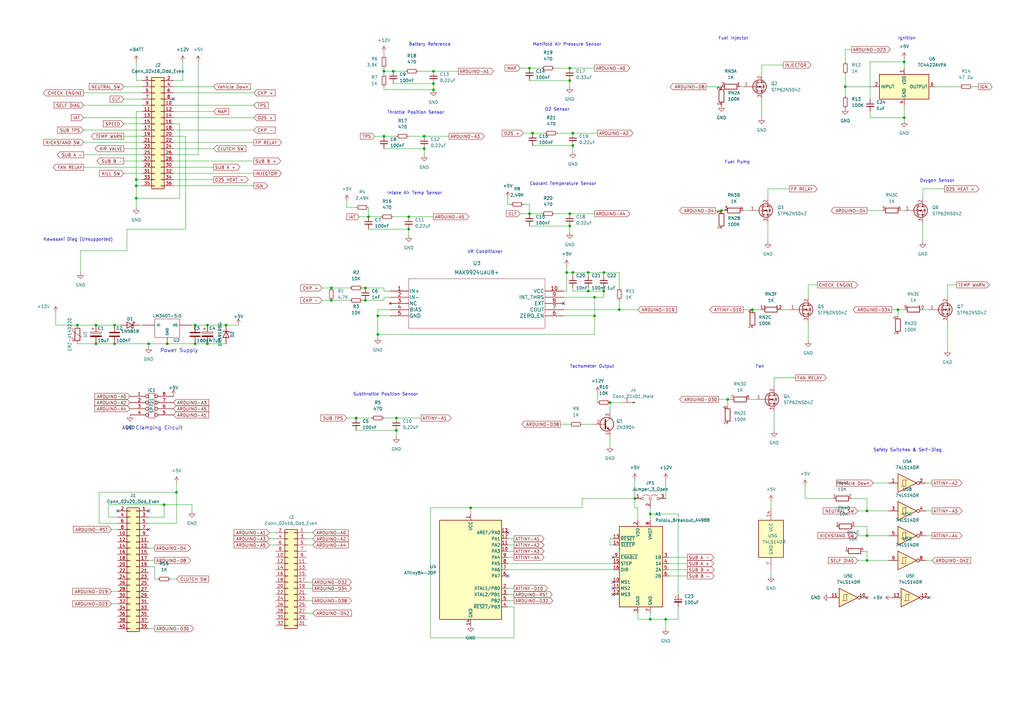
<source format=kicad_sch>
(kicad_sch (version 20211123) (generator eeschema)
  (paper "A3")
  (junction (at 46.99 140.97))
  (junction (at 243.84 121.92))
  (junction (at 298.45 163.83))
  (junction (at 368.3 127))
  (junction (at 234.95 59.69))
  (junction (at 234.95 111.76))
  (junction (at 193.04 208.28))
  (junction (at 173.99 55.88))
  (junction (at 72.39 201.93))
  (junction (at 157.48 55.88))
  (junction (at 31.75 133.35))
  (junction (at 233.68 27.94))
  (junction (at 218.44 54.61))
  (junction (at 217.17 87.63))
  (junction (at 233.68 33.02))
  (junction (at 167.64 93.98))
  (junction (at 92.71 133.35))
  (junction (at 241.3 119.38))
  (junction (at 67.31 207.01))
  (junction (at 346.71 35.56))
  (junction (at 254 127))
  (junction (at 149.86 123.19))
  (junction (at 55.88 76.2))
  (junction (at 308.61 127))
  (junction (at 80.01 140.97))
  (junction (at 232.41 111.76))
  (junction (at 234.95 54.61))
  (junction (at 241.3 111.76))
  (junction (at 295.91 86.36))
  (junction (at 68.58 140.97))
  (junction (at 149.86 118.11))
  (junction (at 177.8 34.29))
  (junction (at 370.84 25.4))
  (junction (at 60.96 140.97))
  (junction (at 157.48 29.21))
  (junction (at 243.84 129.54))
  (junction (at 85.09 140.97))
  (junction (at 177.8 29.21))
  (junction (at 39.37 140.97))
  (junction (at 55.88 81.28))
  (junction (at 370.84 48.26))
  (junction (at 273.05 254))
  (junction (at 55.88 73.66))
  (junction (at 39.37 133.35))
  (junction (at 247.65 111.76))
  (junction (at 247.65 119.38))
  (junction (at 161.29 29.21))
  (junction (at 162.56 176.53))
  (junction (at 85.09 133.35))
  (junction (at 167.64 88.9))
  (junction (at 355.6 209.55))
  (junction (at 266.7 210.82))
  (junction (at 250.19 165.1))
  (junction (at 173.99 60.96))
  (junction (at 135.89 123.19))
  (junction (at 146.05 171.45))
  (junction (at 177.8 36.83))
  (junction (at 80.01 133.35))
  (junction (at 162.56 171.45))
  (junction (at 233.68 87.63))
  (junction (at 154.94 137.16))
  (junction (at 217.17 27.94))
  (junction (at 151.13 88.9))
  (junction (at 355.6 229.87))
  (junction (at 154.94 129.54))
  (junction (at 266.7 254))
  (junction (at 355.6 219.71))
  (junction (at 135.89 118.11))
  (junction (at 260.35 204.47))
  (junction (at 233.68 92.71))
  (junction (at 46.99 133.35))
  (no_connect (at 60.96 209.55))
  (no_connect (at 48.26 209.55))
  (no_connect (at 60.96 217.17))
  (no_connect (at 355.6 245.11))
  (no_connect (at 381 245.11))
  (no_connect (at 231.14 124.46))
  (no_connect (at 208.28 218.44))
  (no_connect (at 208.28 236.22))
  (no_connect (at 251.46 243.84))
  (no_connect (at 251.46 241.3))
  (no_connect (at 251.46 238.76))
  (no_connect (at 251.46 228.6))
  (no_connect (at 71.12 40.64))
  (wire (pts (xy 60.96 229.87) (xy 63.5 229.87)))
  (wire (pts (xy 177.8 29.21) (xy 187.96 29.21)))
  (wire (pts (xy 273.05 254) (xy 273.05 257.81)))
  (wire (pts (xy 378.46 91.44) (xy 378.46 99.06)))
  (wire (pts (xy 78.74 207.01) (xy 78.74 209.55)))
  (wire (pts (xy 72.39 201.93) (xy 72.39 198.12)))
  (wire (pts (xy 135.89 123.19) (xy 143.51 123.19)))
  (wire (pts (xy 157.48 29.21) (xy 161.29 29.21)))
  (wire (pts (xy 154.94 127) (xy 154.94 129.54)))
  (wire (pts (xy 34.29 58.42) (xy 58.42 58.42)))
  (wire (pts (xy 355.6 209.55) (xy 364.49 209.55)))
  (wire (pts (xy 22.86 133.35) (xy 31.75 133.35)))
  (wire (pts (xy 355.6 215.9) (xy 355.6 219.71)))
  (wire (pts (xy 208.28 246.38) (xy 210.82 246.38)))
  (wire (pts (xy 316.23 205.74) (xy 316.23 208.28)))
  (wire (pts (xy 52.07 93.98) (xy 52.07 102.87)))
  (wire (pts (xy 173.99 55.88) (xy 184.15 55.88)))
  (wire (pts (xy 72.39 214.63) (xy 72.39 201.93)))
  (wire (pts (xy 233.68 33.02) (xy 233.68 35.56)))
  (wire (pts (xy 92.71 133.35) (xy 97.79 133.35)))
  (wire (pts (xy 234.95 54.61) (xy 245.11 54.61)))
  (wire (pts (xy 162.56 171.45) (xy 172.72 171.45)))
  (wire (pts (xy 234.95 119.38) (xy 241.3 119.38)))
  (wire (pts (xy 78.74 133.35) (xy 80.01 133.35)))
  (wire (pts (xy 125.73 241.3) (xy 128.27 241.3)))
  (wire (pts (xy 60.96 212.09) (xy 67.31 212.09)))
  (wire (pts (xy 34.29 63.5) (xy 58.42 63.5)))
  (wire (pts (xy 63.5 232.41) (xy 63.5 237.49)))
  (wire (pts (xy 331.47 116.84) (xy 331.47 121.92)))
  (wire (pts (xy 266.7 210.82) (xy 266.7 213.36)))
  (wire (pts (xy 151.13 88.9) (xy 156.21 88.9)))
  (wire (pts (xy 298.45 163.83) (xy 298.45 166.37)))
  (wire (pts (xy 142.24 171.45) (xy 146.05 171.45)))
  (wire (pts (xy 71.12 38.1) (xy 104.14 38.1)))
  (wire (pts (xy 250.19 179.07) (xy 250.19 182.88)))
  (wire (pts (xy 250.19 220.98) (xy 251.46 220.98)))
  (wire (pts (xy 266.7 254) (xy 273.05 254)))
  (wire (pts (xy 71.12 33.02) (xy 74.93 33.02)))
  (wire (pts (xy 314.96 77.47) (xy 323.85 77.47)))
  (wire (pts (xy 142.24 82.55) (xy 142.24 85.09)))
  (wire (pts (xy 241.3 111.76) (xy 247.65 111.76)))
  (wire (pts (xy 154.94 129.54) (xy 160.02 129.54)))
  (wire (pts (xy 50.8 66.04) (xy 58.42 66.04)))
  (wire (pts (xy 208.28 231.14) (xy 251.46 231.14)))
  (wire (pts (xy 294.64 163.83) (xy 298.45 163.83)))
  (wire (pts (xy 312.42 40.64) (xy 312.42 48.26)))
  (wire (pts (xy 81.28 25.4) (xy 81.28 63.5)))
  (wire (pts (xy 34.29 43.18) (xy 58.42 43.18)))
  (wire (pts (xy 330.2 204.47) (xy 341.63 204.47)))
  (wire (pts (xy 231.14 127) (xy 254 127)))
  (wire (pts (xy 241.3 111.76) (xy 241.3 113.03)))
  (wire (pts (xy 176.53 208.28) (xy 193.04 208.28)))
  (wire (pts (xy 245.11 161.29) (xy 245.11 165.1)))
  (wire (pts (xy 274.32 231.14) (xy 281.94 231.14)))
  (wire (pts (xy 214.63 54.61) (xy 218.44 54.61)))
  (wire (pts (xy 60.96 224.79) (xy 63.5 224.79)))
  (wire (pts (xy 273.05 254) (xy 278.13 254)))
  (wire (pts (xy 293.37 86.36) (xy 295.91 86.36)))
  (wire (pts (xy 157.48 30.48) (xy 157.48 29.21)))
  (wire (pts (xy 125.73 223.52) (xy 128.27 223.52)))
  (wire (pts (xy 378.46 77.47) (xy 387.35 77.47)))
  (wire (pts (xy 71.12 60.96) (xy 87.63 60.96)))
  (wire (pts (xy 46.99 140.97) (xy 60.96 140.97)))
  (wire (pts (xy 34.29 53.34) (xy 58.42 53.34)))
  (wire (pts (xy 177.8 34.29) (xy 177.8 36.83)))
  (wire (pts (xy 260.35 208.28) (xy 260.35 204.47)))
  (wire (pts (xy 57.15 133.35) (xy 58.42 133.35)))
  (wire (pts (xy 316.23 233.68) (xy 316.23 236.22)))
  (wire (pts (xy 355.6 204.47) (xy 355.6 209.55)))
  (wire (pts (xy 110.49 223.52) (xy 113.03 223.52)))
  (wire (pts (xy 80.01 140.97) (xy 85.09 140.97)))
  (wire (pts (xy 157.48 123.19) (xy 157.48 121.92)))
  (wire (pts (xy 312.42 26.67) (xy 312.42 30.48)))
  (wire (pts (xy 22.86 128.27) (xy 22.86 133.35)))
  (wire (pts (xy 273.05 196.85) (xy 273.05 204.47)))
  (wire (pts (xy 31.75 140.97) (xy 39.37 140.97)))
  (wire (pts (xy 266.7 208.28) (xy 266.7 210.82)))
  (wire (pts (xy 34.29 68.58) (xy 58.42 68.58)))
  (wire (pts (xy 193.04 208.28) (xy 193.04 210.82)))
  (wire (pts (xy 71.12 50.8) (xy 73.66 50.8)))
  (wire (pts (xy 278.13 248.92) (xy 278.13 254)))
  (wire (pts (xy 358.14 198.12) (xy 364.49 198.12)))
  (wire (pts (xy 171.45 29.21) (xy 177.8 29.21)))
  (wire (pts (xy 330.2 199.39) (xy 330.2 204.47)))
  (wire (pts (xy 232.41 109.22) (xy 232.41 111.76)))
  (wire (pts (xy 241.3 119.38) (xy 247.65 119.38)))
  (wire (pts (xy 351.79 209.55) (xy 355.6 209.55)))
  (wire (pts (xy 161.29 29.21) (xy 166.37 29.21)))
  (wire (pts (xy 370.84 25.4) (xy 370.84 27.94)))
  (wire (pts (xy 335.28 116.84) (xy 331.47 116.84)))
  (wire (pts (xy 71.12 48.26) (xy 104.14 48.26)))
  (wire (pts (xy 356.87 48.26) (xy 370.84 48.26)))
  (wire (pts (xy 234.95 111.76) (xy 241.3 111.76)))
  (wire (pts (xy 231.14 121.92) (xy 243.84 121.92)))
  (wire (pts (xy 247.65 118.11) (xy 247.65 119.38)))
  (wire (pts (xy 365.76 127) (xy 368.3 127)))
  (wire (pts (xy 392.43 116.84) (xy 388.62 116.84)))
  (wire (pts (xy 217.17 87.63) (xy 222.25 87.63)))
  (wire (pts (xy 33.02 102.87) (xy 33.02 111.76)))
  (wire (pts (xy 261.62 254) (xy 266.7 254)))
  (wire (pts (xy 157.48 36.83) (xy 177.8 36.83)))
  (wire (pts (xy 176.53 208.28) (xy 176.53 261.62)))
  (wire (pts (xy 132.08 123.19) (xy 135.89 123.19)))
  (wire (pts (xy 71.12 35.56) (xy 87.63 35.56)))
  (wire (pts (xy 67.31 212.09) (xy 67.31 207.01)))
  (wire (pts (xy 379.73 209.55) (xy 382.27 209.55)))
  (wire (pts (xy 81.28 63.5) (xy 71.12 63.5)))
  (wire (pts (xy 233.68 92.71) (xy 233.68 95.25)))
  (wire (pts (xy 45.72 242.57) (xy 48.26 242.57)))
  (wire (pts (xy 388.62 132.08) (xy 388.62 143.51)))
  (wire (pts (xy 320.04 127) (xy 323.85 127)))
  (wire (pts (xy 378.46 77.47) (xy 378.46 81.28)))
  (wire (pts (xy 213.36 27.94) (xy 217.17 27.94)))
  (wire (pts (xy 260.35 196.85) (xy 260.35 204.47)))
  (wire (pts (xy 243.84 129.54) (xy 243.84 137.16)))
  (wire (pts (xy 125.73 246.38) (xy 128.27 246.38)))
  (wire (pts (xy 218.44 59.69) (xy 234.95 59.69)))
  (wire (pts (xy 45.72 217.17) (xy 48.26 217.17)))
  (wire (pts (xy 289.56 35.56) (xy 295.91 35.56)))
  (wire (pts (xy 71.12 66.04) (xy 104.14 66.04)))
  (wire (pts (xy 55.88 33.02) (xy 55.88 25.4)))
  (wire (pts (xy 261.62 251.46) (xy 261.62 254)))
  (wire (pts (xy 148.59 118.11) (xy 149.86 118.11)))
  (wire (pts (xy 58.42 45.72) (xy 55.88 45.72)))
  (wire (pts (xy 254 127) (xy 254 123.19)))
  (wire (pts (xy 254 127) (xy 261.62 127)))
  (wire (pts (xy 208.28 226.06) (xy 210.82 226.06)))
  (wire (pts (xy 247.65 111.76) (xy 247.65 113.03)))
  (wire (pts (xy 368.3 127) (xy 368.3 129.54)))
  (wire (pts (xy 274.32 236.22) (xy 281.94 236.22)))
  (wire (pts (xy 153.67 55.88) (xy 157.48 55.88)))
  (wire (pts (xy 132.08 118.11) (xy 135.89 118.11)))
  (wire (pts (xy 346.71 20.32) (xy 346.71 25.4)))
  (wire (pts (xy 234.95 118.11) (xy 234.95 119.38)))
  (wire (pts (xy 250.19 165.1) (xy 250.19 168.91)))
  (wire (pts (xy 217.17 27.94) (xy 222.25 27.94)))
  (wire (pts (xy 304.8 86.36) (xy 307.34 86.36)))
  (wire (pts (xy 218.44 54.61) (xy 223.52 54.61)))
  (wire (pts (xy 229.87 173.99) (xy 233.68 173.99)))
  (wire (pts (xy 48.26 212.09) (xy 44.45 212.09)))
  (wire (pts (xy 55.88 45.72) (xy 55.88 73.66)))
  (wire (pts (xy 67.31 207.01) (xy 78.74 207.01)))
  (wire (pts (xy 55.88 81.28) (xy 55.88 76.2)))
  (wire (pts (xy 355.6 86.36) (xy 361.95 86.36)))
  (wire (pts (xy 261.62 213.36) (xy 261.62 208.28)))
  (wire (pts (xy 58.42 73.66) (xy 55.88 73.66)))
  (wire (pts (xy 157.48 60.96) (xy 173.99 60.96)))
  (wire (pts (xy 149.86 123.19) (xy 157.48 123.19)))
  (wire (pts (xy 125.73 251.46) (xy 128.27 251.46)))
  (wire (pts (xy 110.49 218.44) (xy 113.03 218.44)))
  (wire (pts (xy 356.87 45.72) (xy 356.87 48.26)))
  (wire (pts (xy 210.82 261.62) (xy 210.82 248.92)))
  (wire (pts (xy 50.8 71.12) (xy 58.42 71.12)))
  (wire (pts (xy 71.12 71.12) (xy 104.14 71.12)))
  (wire (pts (xy 147.32 88.9) (xy 151.13 88.9)))
  (wire (pts (xy 60.96 140.97) (xy 68.58 140.97)))
  (wire (pts (xy 208.28 83.82) (xy 209.55 83.82)))
  (wire (pts (xy 71.12 53.34) (xy 104.14 53.34)))
  (wire (pts (xy 40.64 214.63) (xy 40.64 201.93)))
  (wire (pts (xy 250.19 223.52) (xy 250.19 220.98)))
  (wire (pts (xy 146.05 176.53) (xy 162.56 176.53)))
  (wire (pts (xy 346.71 35.56) (xy 358.14 35.56)))
  (wire (pts (xy 167.64 88.9) (xy 177.8 88.9)))
  (wire (pts (xy 227.33 27.94) (xy 233.68 27.94)))
  (wire (pts (xy 85.09 140.97) (xy 92.71 140.97)))
  (wire (pts (xy 46.99 133.35) (xy 49.53 133.35)))
  (wire (pts (xy 44.45 212.09) (xy 44.45 207.01)))
  (wire (pts (xy 307.34 163.83) (xy 309.88 163.83)))
  (wire (pts (xy 378.46 127) (xy 381 127)))
  (wire (pts (xy 295.91 86.36) (xy 297.18 86.36)))
  (wire (pts (xy 355.6 226.06) (xy 355.6 229.87)))
  (wire (pts (xy 110.49 220.98) (xy 113.03 220.98)))
  (wire (pts (xy 208.28 243.84) (xy 210.82 243.84)))
  (wire (pts (xy 74.93 33.02) (xy 74.93 25.4)))
  (wire (pts (xy 370.84 24.13) (xy 370.84 25.4)))
  (wire (pts (xy 356.87 25.4) (xy 356.87 40.64)))
  (wire (pts (xy 55.88 81.28) (xy 73.66 81.28)))
  (wire (pts (xy 331.47 132.08) (xy 331.47 139.7)))
  (wire (pts (xy 278.13 210.82) (xy 278.13 243.84)))
  (wire (pts (xy 346.71 35.56) (xy 346.71 39.37)))
  (wire (pts (xy 161.29 88.9) (xy 167.64 88.9)))
  (wire (pts (xy 73.66 50.8) (xy 73.66 81.28)))
  (wire (pts (xy 369.57 86.36) (xy 370.84 86.36)))
  (wire (pts (xy 176.53 261.62) (xy 210.82 261.62)))
  (wire (pts (xy 227.33 87.63) (xy 233.68 87.63)))
  (wire (pts (xy 303.53 35.56) (xy 304.8 35.56)))
  (wire (pts (xy 55.88 85.09) (xy 55.88 81.28)))
  (wire (pts (xy 146.05 171.45) (xy 152.4 171.45)))
  (wire (pts (xy 45.72 247.65) (xy 48.26 247.65)))
  (wire (pts (xy 261.62 208.28) (xy 260.35 208.28)))
  (wire (pts (xy 31.75 133.35) (xy 39.37 133.35)))
  (wire (pts (xy 157.48 118.11) (xy 157.48 119.38)))
  (wire (pts (xy 355.6 229.87) (xy 364.49 229.87)))
  (wire (pts (xy 247.65 121.92) (xy 243.84 121.92)))
  (wire (pts (xy 266.7 210.82) (xy 278.13 210.82)))
  (wire (pts (xy 233.68 87.63) (xy 243.84 87.63)))
  (wire (pts (xy 50.8 35.56) (xy 58.42 35.56)))
  (wire (pts (xy 314.96 91.44) (xy 314.96 99.06)))
  (wire (pts (xy 157.48 171.45) (xy 162.56 171.45)))
  (wire (pts (xy 370.84 25.4) (xy 356.87 25.4)))
  (wire (pts (xy 213.36 87.63) (xy 217.17 87.63)))
  (wire (pts (xy 370.84 43.18) (xy 370.84 48.26)))
  (wire (pts (xy 162.56 176.53) (xy 162.56 179.07)))
  (wire (pts (xy 34.29 48.26) (xy 58.42 48.26)))
  (wire (pts (xy 346.71 20.32) (xy 349.25 20.32)))
  (wire (pts (xy 48.26 214.63) (xy 40.64 214.63)))
  (wire (pts (xy 254 111.76) (xy 254 118.11)))
  (wire (pts (xy 58.42 33.02) (xy 55.88 33.02)))
  (wire (pts (xy 317.5 154.94) (xy 317.5 158.75)))
  (wire (pts (xy 234.95 111.76) (xy 234.95 113.03)))
  (wire (pts (xy 44.45 207.01) (xy 67.31 207.01)))
  (wire (pts (xy 76.2 93.98) (xy 52.07 93.98)))
  (wire (pts (xy 208.28 233.68) (xy 251.46 233.68)))
  (wire (pts (xy 125.73 220.98) (xy 128.27 220.98)))
  (wire (pts (xy 157.48 27.94) (xy 157.48 29.21)))
  (wire (pts (xy 317.5 168.91) (xy 317.5 176.53)))
  (wire (pts (xy 71.12 58.42) (xy 104.14 58.42)))
  (wire (pts (xy 80.01 133.35) (xy 85.09 133.35)))
  (wire (pts (xy 208.28 228.6) (xy 210.82 228.6)))
  (wire (pts (xy 68.58 140.97) (xy 80.01 140.97)))
  (wire (pts (xy 232.41 111.76) (xy 234.95 111.76)))
  (wire (pts (xy 71.12 55.88) (xy 76.2 55.88)))
  (wire (pts (xy 135.89 118.11) (xy 143.51 118.11)))
  (wire (pts (xy 314.96 77.47) (xy 314.96 81.28)))
  (wire (pts (xy 149.86 118.11) (xy 157.48 118.11)))
  (wire (pts (xy 238.76 173.99) (xy 242.57 173.99)))
  (wire (pts (xy 379.73 219.71) (xy 382.27 219.71)))
  (wire (pts (xy 243.84 137.16) (xy 154.94 137.16)))
  (wire (pts (xy 351.79 219.71) (xy 355.6 219.71)))
  (wire (pts (xy 173.99 60.96) (xy 173.99 63.5)))
  (wire (pts (xy 266.7 251.46) (xy 266.7 254)))
  (wire (pts (xy 243.84 121.92) (xy 243.84 129.54)))
  (wire (pts (xy 55.88 73.66) (xy 55.88 76.2)))
  (wire (pts (xy 228.6 54.61) (xy 234.95 54.61)))
  (wire (pts (xy 151.13 93.98) (xy 167.64 93.98)))
  (wire (pts (xy 233.68 27.94) (xy 243.84 27.94)))
  (wire (pts (xy 354.33 226.06) (xy 355.6 226.06)))
  (wire (pts (xy 250.19 165.1) (xy 255.27 165.1)))
  (wire (pts (xy 351.79 229.87) (xy 355.6 229.87)))
  (wire (pts (xy 157.48 35.56) (xy 157.48 36.83)))
  (wire (pts (xy 60.96 257.81) (xy 63.5 257.81)))
  (wire (pts (xy 60.96 232.41) (xy 63.5 232.41)))
  (wire (pts (xy 379.73 198.12) (xy 382.27 198.12)))
  (wire (pts (xy 317.5 154.94) (xy 326.39 154.94)))
  (wire (pts (xy 350.52 215.9) (xy 355.6 215.9)))
  (wire (pts (xy 238.76 208.28) (xy 238.76 204.47)))
  (wire (pts (xy 379.73 229.87) (xy 382.27 229.87)))
  (wire (pts (xy 370.84 48.26) (xy 370.84 49.53)))
  (wire (pts (xy 231.14 129.54) (xy 243.84 129.54)))
  (wire (pts (xy 383.54 35.56) (xy 393.7 35.56)))
  (wire (pts (xy 210.82 248.92) (xy 208.28 248.92)))
  (wire (pts (xy 71.12 45.72) (xy 87.63 45.72)))
  (wire (pts (xy 193.04 208.28) (xy 238.76 208.28)))
  (wire (pts (xy 208.28 220.98) (xy 210.82 220.98)))
  (wire (pts (xy 167.64 55.88) (xy 173.99 55.88)))
  (wire (pts (xy 368.3 127) (xy 370.84 127)))
  (wire (pts (xy 388.62 116.84) (xy 388.62 121.92)))
  (wire (pts (xy 69.85 237.49) (xy 72.39 237.49)))
  (wire (pts (xy 50.8 55.88) (xy 58.42 55.88)))
  (wire (pts (xy 208.28 81.28) (xy 208.28 83.82)))
  (wire (pts (xy 232.41 111.76) (xy 232.41 119.38)))
  (wire (pts (xy 208.28 241.3) (xy 210.82 241.3)))
  (wire (pts (xy 157.48 119.38) (xy 160.02 119.38)))
  (wire (pts (xy 63.5 237.49) (xy 64.77 237.49)))
  (wire (pts (xy 238.76 204.47) (xy 260.35 204.47)))
  (wire (pts (xy 39.37 140.97) (xy 46.99 140.97)))
  (wire (pts (xy 34.29 38.1) (xy 58.42 38.1)))
  (wire (pts (xy 214.63 83.82) (xy 217.17 83.82)))
  (wire (pts (xy 125.73 218.44) (xy 128.27 218.44)))
  (wire (pts (xy 50.8 50.8) (xy 58.42 50.8)))
  (wire (pts (xy 349.25 204.47) (xy 355.6 204.47)))
  (wire (pts (xy 151.13 85.09) (xy 151.13 88.9)))
  (wire (pts (xy 50.8 40.64) (xy 58.42 40.64)))
  (wire (pts (xy 71.12 43.18) (xy 104.14 43.18)))
  (wire (pts (xy 85.09 133.35) (xy 92.71 133.35)))
  (wire (pts (xy 251.46 223.52) (xy 250.19 223.52)))
  (wire (pts (xy 40.64 201.93) (xy 72.39 201.93)))
  (wire (pts (xy 217.17 33.02) (xy 233.68 33.02)))
  (wire (pts (xy 154.94 129.54) (xy 154.94 137.16)))
  (wire (pts (xy 60.96 214.63) (xy 72.39 214.63)))
  (wire (pts (xy 161.29 34.29) (xy 177.8 34.29)))
  (wire (pts (xy 247.65 119.38) (xy 247.65 121.92)))
  (wire (pts (xy 148.59 123.19) (xy 149.86 123.19)))
  (wire (pts (xy 274.32 228.6) (xy 281.94 228.6)))
  (wire (pts (xy 308.61 127) (xy 312.42 127)))
  (wire (pts (xy 298.45 163.83) (xy 299.72 163.83)))
  (wire (pts (xy 71.12 68.58) (xy 87.63 68.58)))
  (wire (pts (xy 274.32 233.68) (xy 281.94 233.68)))
  (wire (pts (xy 208.28 223.52) (xy 210.82 223.52)))
  (wire (pts (xy 241.3 118.11) (xy 241.3 119.38)))
  (wire (pts (xy 160.02 127) (xy 154.94 127)))
  (wire (pts (xy 55.88 76.2) (xy 58.42 76.2)))
  (wire (pts (xy 157.48 121.92) (xy 160.02 121.92)))
  (wire (pts (xy 157.48 21.59) (xy 157.48 22.86)))
  (wire (pts (xy 217.17 83.82) (xy 217.17 87.63)))
  (wire (pts (xy 142.24 85.09) (xy 146.05 85.09)))
  (wire (pts (xy 231.14 119.38) (xy 232.41 119.38)))
  (wire (pts (xy 39.37 133.35) (xy 46.99 133.35)))
  (wire (pts (xy 71.12 73.66) (xy 87.63 73.66)))
  (wire (pts (xy 76.2 55.88) (xy 76.2 93.98)))
  (wire (pts (xy 355.6 219.71) (xy 364.49 219.71)))
  (wire (pts (xy 71.12 76.2) (xy 104.14 76.2)))
  (wire (pts (xy 167.64 93.98) (xy 167.64 96.52)))
  (wire (pts (xy 398.78 35.56) (xy 401.32 35.56)))
  (wire (pts (xy 60.96 140.97) (xy 60.96 142.24)))
  (wire (pts (xy 50.8 60.96) (xy 58.42 60.96)))
  (wire (pts (xy 247.65 111.76) (xy 254 111.76)))
  (wire (pts (xy 346.71 30.48) (xy 346.71 35.56)))
  (wire (pts (xy 312.42 26.67) (xy 321.31 26.67)))
  (wire (pts (xy 304.8 127) (xy 308.61 127)))
  (wire (pts (xy 217.17 92.71) (xy 233.68 92.71)))
  (wire (pts (xy 157.48 55.88) (xy 162.56 55.88)))
  (wire (pts (xy 154.94 137.16) (xy 154.94 138.43)))
  (wire (pts (xy 52.07 102.87) (xy 33.02 102.87)))
  (wire (pts (xy 234.95 59.69) (xy 234.95 62.23)))
  (wire (pts (xy 125.73 238.76) (xy 128.27 238.76)))
  (text "Safety Switches & Self-Diag" (at 358.14 185.42 0) (effects (font (size 1.27 1.27)) (justify left bottom)))
  (text "Fuel Injector" (at 294.64 16.51 0) (effects (font (size 1.27 1.27)) (justify left bottom)))
  (text "ADC Clamping Circuit" (at 74.93 176.53 180) (effects (font (size 1.524 1.524)) (justify right bottom)))
  (text "Battery Reference" (at 167.64 19.05 0) (effects (font (size 1.27 1.27)) (justify left bottom)))
  (text "Coolant Temperature Sensor" (at 217.17 76.2 0) (effects (font (size 1.27 1.27)) (justify left bottom)))
  (text "Fan" (at 309.88 151.13 0) (effects (font (size 1.27 1.27)) (justify left bottom)))
  (text "O2 Sensor" (at 223.52 45.72 0) (effects (font (size 1.27 1.27)) (justify left bottom)))
  (text "Ignition" (at 368.3 16.51 0) (effects (font (size 1.27 1.27)) (justify left bottom)))
  (text "VR Conditioner" (at 191.77 104.14 0) (effects (font (size 1.27 1.27)) (justify left bottom)))
  (text "Kawasaki Diag (Unsupported)" (at 17.78 99.06 0) (effects (font (size 1.27 1.27)) (justify left bottom)))
  (text "Oxygen Sensor" (at 377.19 74.93 0) (effects (font (size 1.27 1.27)) (justify left bottom)))
  (text "Fuel Pump\n" (at 297.18 67.31 0) (effects (font (size 1.27 1.27)) (justify left bottom)))
  (text "Subthrottle Position Sensor" (at 144.78 162.56 0) (effects (font (size 1.27 1.27)) (justify left bottom)))
  (text "Intake Air Temp Sensor" (at 158.75 80.01 0) (effects (font (size 1.27 1.27)) (justify left bottom)))
  (text "Manifold Air Pressure Sensor" (at 218.44 19.05 0) (effects (font (size 1.27 1.27)) (justify left bottom)))
  (text "Throttle Position Sensor" (at 158.75 46.99 0) (effects (font (size 1.27 1.27)) (justify left bottom)))
  (text "Power Supply" (at 81.28 144.78 180) (effects (font (size 1.524 1.524)) (justify right bottom)))
  (text "Tachometer Output" (at 233.68 151.13 0) (effects (font (size 1.27 1.27)) (justify left bottom)))
  (global_label "AIR VALVE" (shape output) (at 50.8 60.96 180) (property "Intersheet References" "${INTERSHEET_REFS}" (effects hide)))
  (global_label "CKP -" (shape input) (at 132.08 123.19 180) (property "Intersheet References" "${INTERSHEET_REFS}" (effects hide)))
  (global_label "SUB B +" (shape output) (at 104.14 66.04 0) (property "Intersheet References" "${INTERSHEET_REFS}" (effects hide)))
  (global_label "ARDUINO-A4" (shape input) (at 53.34 167.64 180) (property "Intersheet References" "${INTERSHEET_REFS}" (effects hide)))
  (global_label "O2S +" (shape input) (at 104.14 48.26 0) (property "Intersheet References" "${INTERSHEET_REFS}" (effects hide)))
  (global_label "CHECK ENGINE" (shape output) (at 335.28 116.84 0) (property "Intersheet References" "${INTERSHEET_REFS}" (effects hide)))
  (global_label "ARDUINO-D19" (shape input) (at 261.62 127 0) (property "Intersheet References" "${INTERSHEET_REFS}" (effects hide)))
  (global_label "SELF DIAG" (shape input) (at 34.29 43.18 180) (property "Intersheet References" "${INTERSHEET_REFS}" (effects hide)))
  (global_label "Vehicle Down" (shape input) (at 87.63 35.56 0) (property "Intersheet References" "${INTERSHEET_REFS}" (effects hide)))
  (global_label "ARDUINO-D8" (shape output) (at 289.56 35.56 180) (property "Intersheet References" "${INTERSHEET_REFS}" (effects hide)))
  (global_label "ARDUINO-D8" (shape output) (at 63.5 229.87 0) (property "Intersheet References" "${INTERSHEET_REFS}" (effects hide)))
  (global_label "ARDUINO-D30" (shape output) (at 63.5 257.81 0) (property "Intersheet References" "${INTERSHEET_REFS}" (effects hide)))
  (global_label "ATTINY-A3" (shape output) (at 210.82 226.06 0) (property "Intersheet References" "${INTERSHEET_REFS}" (effects hide)))
  (global_label "SUB B +" (shape output) (at 281.94 233.68 0) (property "Intersheet References" "${INTERSHEET_REFS}" (effects hide)))
  (global_label "FP RELAY" (shape output) (at 323.85 77.47 0) (property "Intersheet References" "${INTERSHEET_REFS}" (effects hide)))
  (global_label "ATTINY-A1" (shape output) (at 172.72 171.45 0) (property "Intersheet References" "${INTERSHEET_REFS}" (effects hide)))
  (global_label "ARDUINO-D38" (shape output) (at 128.27 246.38 0) (property "Intersheet References" "${INTERSHEET_REFS}" (effects hide)))
  (global_label "Vehicle Down" (shape input) (at 358.14 198.12 180) (property "Intersheet References" "${INTERSHEET_REFS}" (effects hide)))
  (global_label "ARDUINO-D4" (shape output) (at 355.6 86.36 180) (property "Intersheet References" "${INTERSHEET_REFS}" (effects hide)))
  (global_label "ATTINY-A4" (shape output) (at 210.82 228.6 0) (property "Intersheet References" "${INTERSHEET_REFS}" (effects hide)))
  (global_label "ARDUINO-D42" (shape input) (at 382.27 229.87 0) (property "Intersheet References" "${INTERSHEET_REFS}" (effects hide)))
  (global_label "FAN RELAY" (shape output) (at 326.39 154.94 0) (property "Intersheet References" "${INTERSHEET_REFS}" (effects hide)))
  (global_label "SUB TPS" (shape input) (at 142.24 171.45 180) (property "Intersheet References" "${INTERSHEET_REFS}" (effects hide)))
  (global_label "TPS" (shape input) (at 153.67 55.88 180) (property "Intersheet References" "${INTERSHEET_REFS}" (effects hide)))
  (global_label "CKP -" (shape input) (at 104.14 53.34 0) (property "Intersheet References" "${INTERSHEET_REFS}" (effects hide)))
  (global_label "SELF DIAG" (shape input) (at 351.79 229.87 180) (property "Intersheet References" "${INTERSHEET_REFS}" (effects hide)))
  (global_label "TEMP WARN" (shape output) (at 50.8 55.88 180) (property "Intersheet References" "${INTERSHEET_REFS}" (effects hide)))
  (global_label "ARDUINO-A5" (shape output) (at 177.8 88.9 0) (property "Intersheet References" "${INTERSHEET_REFS}" (effects hide)))
  (global_label "NEUTRAL SW" (shape input) (at 50.8 35.56 180) (property "Intersheet References" "${INTERSHEET_REFS}" (effects hide)))
  (global_label "IGN" (shape output) (at 401.32 35.56 0) (property "Intersheet References" "${INTERSHEET_REFS}" (effects hide)))
  (global_label "CKP +" (shape input) (at 132.08 118.11 180) (property "Intersheet References" "${INTERSHEET_REFS}" (effects hide)))
  (global_label "TEMP WARN" (shape output) (at 392.43 116.84 0) (property "Intersheet References" "${INTERSHEET_REFS}" (effects hide)))
  (global_label "KICKSTAND SW" (shape input) (at 34.29 58.42 180) (property "Intersheet References" "${INTERSHEET_REFS}" (effects hide)))
  (global_label "SUB B -" (shape output) (at 50.8 66.04 180) (property "Intersheet References" "${INTERSHEET_REFS}" (effects hide)))
  (global_label "ARDUINO-A3" (shape input) (at 110.49 220.98 180) (property "Intersheet References" "${INTERSHEET_REFS}" (effects hide)))
  (global_label "ARDUINO-D34" (shape output) (at 128.27 241.3 0) (property "Intersheet References" "${INTERSHEET_REFS}" (effects hide)))
  (global_label "ARDUINO-RST" (shape input) (at 45.72 217.17 180) (property "Intersheet References" "${INTERSHEET_REFS}" (effects hide)))
  (global_label "SUB A -" (shape output) (at 34.29 63.5 180) (property "Intersheet References" "${INTERSHEET_REFS}" (effects hide)))
  (global_label "ARDUINO-D34" (shape output) (at 365.76 127 180) (property "Intersheet References" "${INTERSHEET_REFS}" (effects hide)))
  (global_label "ARDUINO-D38" (shape output) (at 229.87 173.99 180) (property "Intersheet References" "${INTERSHEET_REFS}" (effects hide)))
  (global_label "KILL SW" (shape input) (at 50.8 71.12 180) (property "Intersheet References" "${INTERSHEET_REFS}" (effects hide)))
  (global_label "IAT" (shape input) (at 147.32 88.9 180) (property "Intersheet References" "${INTERSHEET_REFS}" (effects hide)))
  (global_label "ARDUINO-A4" (shape input) (at 128.27 223.52 0) (property "Intersheet References" "${INTERSHEET_REFS}" (effects hide)))
  (global_label "SUB TPS" (shape input) (at 34.29 53.34 180) (property "Intersheet References" "${INTERSHEET_REFS}" (effects hide)))
  (global_label "ARDUINO-A1" (shape input) (at 71.12 170.18 0) (property "Intersheet References" "${INTERSHEET_REFS}" (effects hide)))
  (global_label "CLUTCH SW" (shape input) (at 87.63 60.96 0) (property "Intersheet References" "${INTERSHEET_REFS}" (effects hide)))
  (global_label "ARDUINO-D32" (shape output) (at 210.82 246.38 0) (property "Intersheet References" "${INTERSHEET_REFS}" (effects hide)))
  (global_label "KICKSTAND SW" (shape input) (at 351.79 219.71 180) (property "Intersheet References" "${INTERSHEET_REFS}" (effects hide)))
  (global_label "ARDUINO-A2" (shape output) (at 245.11 54.61 0) (property "Intersheet References" "${INTERSHEET_REFS}" (effects hide)))
  (global_label "ARDUINO-A5" (shape input) (at 71.12 167.64 0) (property "Intersheet References" "${INTERSHEET_REFS}" (effects hide)))
  (global_label "MAP" (shape input) (at 87.63 45.72 0) (property "Intersheet References" "${INTERSHEET_REFS}" (effects hide)))
  (global_label "ARDUINO-D32" (shape output) (at 128.27 238.76 0) (property "Intersheet References" "${INTERSHEET_REFS}" (effects hide)))
  (global_label "ATTINY-A2" (shape output) (at 382.27 198.12 0) (property "Intersheet References" "${INTERSHEET_REFS}" (effects hide)))
  (global_label "ARDUINO-A1" (shape input) (at 110.49 218.44 180) (property "Intersheet References" "${INTERSHEET_REFS}" (effects hide)))
  (global_label "ARDUINO-A2" (shape input) (at 53.34 165.1 180) (property "Intersheet References" "${INTERSHEET_REFS}" (effects hide)))
  (global_label "INJECTOR" (shape output) (at 104.14 71.12 0) (property "Intersheet References" "${INTERSHEET_REFS}" (effects hide)))
  (global_label "IGN" (shape output) (at 104.14 76.2 0) (property "Intersheet References" "${INTERSHEET_REFS}" (effects hide)))
  (global_label "ATTINY-A1" (shape output) (at 210.82 220.98 0) (property "Intersheet References" "${INTERSHEET_REFS}" (effects hide)))
  (global_label "CLUTCH SW" (shape input) (at 72.39 237.49 0) (property "Intersheet References" "${INTERSHEET_REFS}" (effects hide)))
  (global_label "ATTINY-D10" (shape output) (at 210.82 241.3 0) (property "Intersheet References" "${INTERSHEET_REFS}" (effects hide)))
  (global_label "ARDUINO-D42" (shape input) (at 128.27 251.46 0) (property "Intersheet References" "${INTERSHEET_REFS}" (effects hide)))
  (global_label "SUB B -" (shape output) (at 281.94 236.22 0) (property "Intersheet References" "${INTERSHEET_REFS}" (effects hide)))
  (global_label "ARDUINO-RST" (shape output) (at 210.82 243.84 0) (property "Intersheet References" "${INTERSHEET_REFS}" (effects hide)))
  (global_label "ARDUINO-D30" (shape output) (at 294.64 163.83 180) (property "Intersheet References" "${INTERSHEET_REFS}" (effects hide)))
  (global_label "CHECK ENGINE" (shape output) (at 34.29 38.1 180) (property "Intersheet References" "${INTERSHEET_REFS}" (effects hide)))
  (global_label "ARDUINO-A2" (shape input) (at 128.27 220.98 0) (property "Intersheet References" "${INTERSHEET_REFS}" (effects hide)))
  (global_label "ARDUINO-A3" (shape output) (at 184.15 55.88 0) (property "Intersheet References" "${INTERSHEET_REFS}" (effects hide)))
  (global_label "SUB A +" (shape output) (at 87.63 68.58 0) (property "Intersheet References" "${INTERSHEET_REFS}" (effects hide)))
  (global_label "ARDUINO-D23" (shape output) (at 349.25 20.32 0) (property "Intersheet References" "${INTERSHEET_REFS}" (effects hide)))
  (global_label "CLT" (shape input) (at 213.36 87.63 180) (property "Intersheet References" "${INTERSHEET_REFS}" (effects hide)))
  (global_label "FP RELAY" (shape output) (at 104.14 58.42 0) (property "Intersheet References" "${INTERSHEET_REFS}" (effects hide)))
  (global_label "INJECTOR" (shape output) (at 321.31 26.67 0) (property "Intersheet References" "${INTERSHEET_REFS}" (effects hide)))
  (global_label "O2S +" (shape input) (at 214.63 54.61 180) (property "Intersheet References" "${INTERSHEET_REFS}" (effects hide)))
  (global_label "SUB A -" (shape output) (at 281.94 228.6 0) (property "Intersheet References" "${INTERSHEET_REFS}" (effects hide)))
  (global_label "ATTINY-A3" (shape output) (at 382.27 209.55 0) (property "Intersheet References" "${INTERSHEET_REFS}" (effects hide)))
  (global_label "CLT" (shape input) (at 50.8 40.64 180) (property "Intersheet References" "${INTERSHEET_REFS}" (effects hide)))
  (global_label "IAT" (shape input) (at 34.29 48.26 180) (property "Intersheet References" "${INTERSHEET_REFS}" (effects hide)))
  (global_label "ARDUINO-A5" (shape input) (at 110.49 223.52 180) (property "Intersheet References" "${INTERSHEET_REFS}" (effects hide)))
  (global_label "TPS" (shape input) (at 104.14 43.18 0) (property "Intersheet References" "${INTERSHEET_REFS}" (effects hide)))
  (global_label "ATTINY-A4" (shape output) (at 382.27 219.71 0) (property "Intersheet References" "${INTERSHEET_REFS}" (effects hide)))
  (global_label "MAP" (shape input) (at 213.36 27.94 180) (property "Intersheet References" "${INTERSHEET_REFS}" (effects hide)))
  (global_label "ARDUINO-A0" (shape input) (at 128.27 218.44 0) (property "Intersheet References" "${INTERSHEET_REFS}" (effects hide)))
  (global_label "SPEED" (shape input) (at 50.8 50.8 180) (property "Intersheet References" "${INTERSHEET_REFS}" (effects hide)))
  (global_label "ARDUINO-D4" (shape output) (at 63.5 224.79 0) (property "Intersheet References" "${INTERSHEET_REFS}" (effects hide)))
  (global_label "NEUTRAL SW" (shape input) (at 351.79 209.55 180) (property "Intersheet References" "${INTERSHEET_REFS}" (effects hide)))
  (global_label "ARDUINO-A3" (shape input) (at 71.12 165.1 0) (property "Intersheet References" "${INTERSHEET_REFS}" (effects hide)))
  (global_label "ARDUINO-A4" (shape output) (at 243.84 87.63 0) (property "Intersheet References" "${INTERSHEET_REFS}" (effects hide)))
  (global_label "O2S HEAT +" (shape output) (at 87.63 73.66 0) (property "Intersheet References" "${INTERSHEET_REFS}" (effects hide)))
  (global_label "O2S HEAT +" (shape output) (at 387.35 77.47 0) (property "Intersheet References" "${INTERSHEET_REFS}" (effects hide)))
  (global_label "ATTINY-D10" (shape output) (at 304.8 127 180) (property "Intersheet References" "${INTERSHEET_REFS}" (effects hide)))
  (global_label "CKP +" (shape input) (at 104.14 38.1 0) (property "Intersheet References" "${INTERSHEET_REFS}" (effects hide)))
  (global_label "ARDUINO-A1" (shape output) (at 187.96 29.21 0) (property "Intersheet References" "${INTERSHEET_REFS}" (effects hide)))
  (global_label "FAN RELAY" (shape output) (at 34.29 68.58 180) (property "Intersheet References" "${INTERSHEET_REFS}" (effects hide)))
  (global_label "ARDUINO-D19" (shape input) (at 45.72 242.57 180) (property "Intersheet References" "${INTERSHEET_REFS}" (effects hide)))
  (global_label "ARDUINO-A0" (shape output) (at 243.84 27.94 0) (property "Intersheet References" "${INTERSHEET_REFS}" (effects hide)))
  (global_label "ARDUINO-D4" (shape output) (at 293.37 86.36 180) (property "Intersheet References" "${INTERSHEET_REFS}" (effects hide)))
  (global_label "SUB A +" (shape output) (at 281.94 231.14 0) (property "Intersheet References" "${INTERSHEET_REFS}" (effects hide)))
  (global_label "ATTINY-A2" (shape output) (at 210.82 223.52 0) (property "Intersheet References" "${INTERSHEET_REFS}" (effects hide)))
  (global_label "ARDUINO-A0" (shape input) (at 53.34 162.56 180) (property "Intersheet References" "${INTERSHEET_REFS}" (effects hide)))
  (global_label "ARDUINO-D23" (shape input) (at 45.72 247.65 180) (property "Intersheet References" "${INTERSHEET_REFS}" (effects hide)))
  (symbol (lib_id "Device:R_Small") (at 247.65 165.1 270) (unit 1)
    (property "Reference" "R10" (at 247.65 158.75 90))
    (property "Value" "10K" (at 247.65 161.29 90))
    (property "Footprint" "Resistor_SMD:R_0805_2012Metric" (effects hide))
  )
  (symbol (lib_id "Device:D_Schottky") (at 53.34 133.35 0) (mirror y) (unit 1)
    (property "Reference" "D1" (at 53.34 130.81 0))
    (property "Value" "1N5818" (at 53.34 135.89 0))
    (property "Footprint" "Diode_THT:D_DO-41_SOD81_P7.62mm_Horizontal" (effects hide))
  )
  (symbol (lib_id "Device:R_Pack06_SIP_Split") (at 303.53 163.83 270) (unit 4)
    (property "Reference" "RN3" (at 303.53 157.48 90))
    (property "Value" "1K" (at 303.53 160.02 90))
    (property "Footprint" "Resistor_THT:R_Array_SIP12" (effects hide))
    (property "Datasheet" "http://www.vishay.com/docs/31509/csc.pdf" (effects hide))
  )
  (symbol (lib_id "power:+5V") (at 81.28 25.4 0) (unit 1)
    (property "Reference" "#PWR011" (effects hide))
    (property "Value" "+5V" (at 81.28 20.32 0))
  )
  (symbol (lib_id "power:+5V") (at 370.84 24.13 0) (unit 1)
    (property "Reference" "#PWR039" (effects hide))
    (property "Value" "+5V" (at 370.84 19.05 0))
  )
  (symbol (lib_id "Device:C_Small") (at 173.99 58.42 0) (unit 1)
    (property "Reference" "C12" (at 176.53 57.1562 0) (effects (justify left)))
    (property "Value" "0.22uF" (at 176.53 59.6962 0) (effects (justify left)))
    (property "Footprint" "Capacitor_SMD:C_0805_2012Metric_Pad1.18x1.45mm_HandSolder" (effects hide))
  )
  (symbol (lib_id "power:+12V") (at 273.05 196.85 0) (unit 1)
    (property "Reference" "#PWR029" (effects hide))
    (property "Value" "+12V" (at 273.05 191.77 0))
  )
  (symbol (lib_id "power:GND") (at 250.19 182.88 0) (unit 1)
    (property "Reference" "#PWR027" (effects hide))
    (property "Value" "GND" (at 250.19 187.96 0))
  )
  (symbol (lib_id "Device:C_Small") (at 218.44 57.15 0) (unit 1)
    (property "Reference" "C16" (at 220.98 55.8862 0) (effects (justify left)))
    (property "Value" "100nF" (at 220.98 58.4262 0) (effects (justify left)))
    (property "Footprint" "Capacitor_SMD:C_0805_2012Metric_Pad1.18x1.45mm_HandSolder" (effects hide))
  )
  (symbol (lib_id "power:GND") (at 33.02 111.76 0) (unit 1)
    (property "Reference" "#PWR02" (effects hide))
    (property "Value" "GND" (at 33.02 116.84 0))
  )
  (symbol (lib_id "74xx:74LS14") (at 372.11 219.71 0) (unit 3)
    (property "Reference" "U5" (at 372.11 210.82 0))
    (property "Value" "74LS14DR" (at 372.11 213.36 0))
    (property "Footprint" "Package_SO:SOIC-14_3.9x8.7mm_P1.27mm" (effects hide))
    (property "Datasheet" "http://www.ti.com/lit/gpn/sn74LS14" (effects hide))
  )
  (symbol (lib_id "power:+5V") (at 232.41 109.22 0) (unit 1)
    (property "Reference" "#PWR022" (effects hide))
    (property "Value" "+5V" (at 232.41 104.14 0))
  )
  (symbol (lib_id "power:+12V") (at 245.11 161.29 0) (unit 1)
    (property "Reference" "#PWR026" (effects hide))
    (property "Value" "+12V" (at 245.11 156.21 0))
  )
  (symbol (lib_id "Device:R_Pack06_SIP_Split") (at 365.76 86.36 270) (unit 3)
    (property "Reference" "RN3" (at 365.76 80.01 90))
    (property "Value" "1K" (at 365.76 82.55 90))
    (property "Footprint" "Resistor_THT:R_Array_SIP12" (effects hide))
    (property "Datasheet" "http://www.vishay.com/docs/31509/csc.pdf" (effects hide))
  )
  (symbol (lib_id "Transistor_BJT:2N3904") (at 247.65 173.99 0) (unit 1)
    (property "Reference" "Q1" (at 252.73 172.7199 0) (effects (justify left)))
    (property "Value" "2N3904" (at 252.73 175.2599 0) (effects (justify left)))
    (property "Footprint" "Package_TO_SOT_THT:TO-92_Inline" (effects hide))
    (property "Datasheet" "https://www.onsemi.com/pub/Collateral/2N3903-D.PDF" (effects hide))
  )
  (symbol (lib_id "Device:R_Small") (at 154.94 171.45 90) (unit 1)
    (property "Reference" "R5" (at 154.94 165.1 90))
    (property "Value" "470" (at 154.94 167.64 90))
    (property "Footprint" "Resistor_SMD:R_0805_2012Metric_Pad1.20x1.40mm_HandSolder" (effects hide))
  )
  (symbol (lib_id "power:+12V") (at 74.93 25.4 0) (unit 1)
    (property "Reference" "#PWR09" (effects hide))
    (property "Value" "+12V" (at 74.93 20.32 0))
  )
  (symbol (lib_id "Connector_Generic:Conn_02x16_Odd_Even") (at 120.65 236.22 0) (mirror y) (unit 1)
    (property "Reference" "J3" (at 119.38 212.09 0))
    (property "Value" "Conn_02x16_Odd_Even" (at 119.38 214.63 0))
    (property "Footprint" "Connector_PinSocket_2.54mm:PinSocket_2x16_P2.54mm_Vertical" (effects hide))
  )
  (symbol (lib_id "74xx:74LS14") (at 316.23 220.98 0) (unit 7)
    (property "Reference" "U5" (at 314.96 219.71 0) (effects (justify left)))
    (property "Value" "74LS14DR" (at 312.42 222.25 0) (effects (justify left)))
    (property "Footprint" "Package_SO:SOIC-14_3.9x8.7mm_P1.27mm" (effects hide))
    (property "Datasheet" "http://www.ti.com/lit/gpn/sn74LS14" (effects hide))
  )
  (symbol (lib_id "power:GND") (at 154.94 138.43 0) (unit 1)
    (property "Reference" "#PWR014" (effects hide))
    (property "Value" "GND" (at 154.94 143.51 0))
  )
  (symbol (lib_id "power:+12V") (at 22.86 128.27 0) (unit 1)
    (property "Reference" "#PWR01" (effects hide))
    (property "Value" "+12V" (at 17.78 125.73 0))
  )
  (symbol (lib_id "Device:C") (at 46.99 137.16 0) (unit 1)
    (property "Reference" "C2" (at 47.625 134.62 0) (effects (justify left)))
    (property "Value" "100nF" (at 47.625 139.7 0) (effects (justify left)))
    (property "Footprint" "Capacitor_THT:C_Disc_D3.8mm_W2.6mm_P2.50mm" (effects hide))
  )
  (symbol (lib_id "Device:R_Network05_Split") (at 295.91 39.37 180) (unit 1)
    (property "Reference" "RN2" (at 298.45 38.0999 0) (effects (justify right)))
    (property "Value" "100K" (at 298.45 40.6399 0) (effects (justify right)))
    (property "Footprint" "Resistor_THT:R_Array_SIP6" (effects hide))
    (property "Datasheet" "http://www.vishay.com/docs/31509/csc.pdf" (effects hide))
  )
  (symbol (lib_id "power:+12V") (at 157.48 21.59 0) (unit 1)
    (property "Reference" "#PWR0101" (effects hide))
    (property "Value" "+12V" (at 157.48 16.51 0))
  )
  (symbol (lib_id "power:GND") (at 331.47 139.7 0) (unit 1)
    (property "Reference" "#PWR036" (effects hide))
    (property "Value" "GND" (at 331.47 144.78 0))
  )
  (symbol (lib_id "Device:R_Small") (at 236.22 173.99 270) (unit 1)
    (property "Reference" "R9" (at 236.22 167.64 90))
    (property "Value" "1K" (at 236.22 170.18 90))
    (property "Footprint" "Resistor_SMD:R_0805_2012Metric_Pad1.20x1.40mm_HandSolder" (effects hide))
  )
  (symbol (lib_id "Device:CP") (at 39.37 137.16 0) (unit 1)
    (property "Reference" "C1" (at 40.005 134.62 0) (effects (justify left)))
    (property "Value" "10uF" (at 40.005 139.7 0) (effects (justify left)))
    (property "Footprint" "Capacitor_THT:CP_Radial_Tantal_D6.0mm_P2.50mm" (effects hide))
  )
  (symbol (lib_id "power:GND") (at 388.62 143.51 0) (unit 1)
    (property "Reference" "#PWR043" (effects hide))
    (property "Value" "GND" (at 388.62 148.59 0))
  )
  (symbol (lib_id "Device:C_Small") (at 234.95 57.15 0) (unit 1)
    (property "Reference" "C19" (at 237.49 55.8862 0) (effects (justify left)))
    (property "Value" "0.22uF" (at 237.49 58.4262 0) (effects (justify left)))
    (property "Footprint" "Capacitor_SMD:C_0805_2012Metric_Pad1.18x1.45mm_HandSolder" (effects hide))
  )
  (symbol (lib_id "2022-01-10_03-31-18:MAX9924UAUB+") (at 160.02 119.38 0) (unit 1)
    (property "Reference" "U3" (at 195.58 107.95 0) (effects (font (size 1.524 1.524))))
    (property "Value" "MAX9924UAUB+" (at 195.58 111.76 0) (effects (font (size 1.524 1.524))))
    (property "Footprint" "Package_SO:MSOP-10_3x3mm_P0.5mm" (effects hide))
    (property "Datasheet" "https://www.mouser.ca/datasheet/2/256/MAX9925-1515031.pdf" (effects hide))
  )
  (symbol (lib_id "Device:R_Small") (at 158.75 88.9 90) (unit 1)
    (property "Reference" "R16" (at 158.75 82.55 90))
    (property "Value" "470" (at 158.75 85.09 90))
    (property "Footprint" "Resistor_SMD:R_0805_2012Metric_Pad1.20x1.40mm_HandSolder" (effects hide))
  )
  (symbol (lib_id "Device:C_Small") (at 247.65 115.57 0) (unit 1)
    (property "Reference" "C22" (at 248.92 113.03 0) (effects (justify left)))
    (property "Value" "1uF" (at 248.92 118.11 0) (effects (justify left)))
    (property "Footprint" "Capacitor_SMD:C_0805_2012Metric_Pad1.18x1.45mm_HandSolder" (effects hide))
  )
  (symbol (lib_id "Device:R_Small") (at 226.06 54.61 90) (unit 1)
    (property "Reference" "R21" (at 226.06 48.26 90))
    (property "Value" "470" (at 226.06 50.8 90))
    (property "Footprint" "Resistor_SMD:R_0805_2012Metric_Pad1.20x1.40mm_HandSolder" (effects hide))
  )
  (symbol (lib_id "Device:R_Pack06_SIP_Split") (at 316.23 127 270) (unit 6)
    (property "Reference" "RN3" (at 316.23 120.65 90))
    (property "Value" "1K" (at 316.23 123.19 90))
    (property "Footprint" "Resistor_THT:R_Array_SIP12" (effects hide))
    (property "Datasheet" "http://www.vishay.com/docs/31509/csc.pdf" (effects hide))
  )
  (symbol (lib_id "Transistor_FET:BUZ11") (at 314.96 163.83 0) (unit 1)
    (property "Reference" "Q4" (at 321.31 162.5599 0) (effects (justify left)))
    (property "Value" "STP62NS04Z" (at 321.31 165.0999 0) (effects (justify left)))
    (property "Footprint" "Package_TO_SOT_THT:TO-220-3_Vertical" (effects hide))
    (property "Datasheet" "https://media.digikey.com/pdf/Data%20Sheets/Fairchild%20PDFs/BUZ11.pdf" (effects hide))
  )
  (symbol (lib_id "Device:C_Small") (at 234.95 115.57 0) (unit 1)
    (property "Reference" "C20" (at 236.22 113.03 0) (effects (justify left)))
    (property "Value" "10nF" (at 236.22 118.11 0) (effects (justify left)))
    (property "Footprint" "Capacitor_SMD:C_0805_2012Metric_Pad1.18x1.45mm_HandSolder" (effects hide))
  )
  (symbol (lib_id "Device:CP") (at 85.09 137.16 0) (unit 1)
    (property "Reference" "C4" (at 85.725 134.62 0) (effects (justify left)))
    (property "Value" "47uF" (at 85.725 139.7 0) (effects (justify left)))
    (property "Footprint" "Capacitor_THT:CP_Radial_Tantal_D6.0mm_P2.50mm" (effects hide))
  )
  (symbol (lib_id "Device:R_Network03_Split") (at 350.52 226.06 90) (unit 3)
    (property "Reference" "RN4" (at 349.9239 218.44 90))
    (property "Value" "10K" (at 349.9239 220.98 90))
    (property "Footprint" "Resistor_THT:R_Array_SIP4" (effects hide))
    (property "Datasheet" "http://www.vishay.com/docs/31509/csc.pdf" (effects hide))
  )
  (symbol (lib_id "Device:R_Pack06_SIP_Split") (at 300.99 86.36 270) (unit 2)
    (property "Reference" "RN3" (at 300.99 80.01 90))
    (property "Value" "1K" (at 300.99 82.55 90))
    (property "Footprint" "Resistor_THT:R_Array_SIP12" (effects hide))
    (property "Datasheet" "http://www.vishay.com/docs/31509/csc.pdf" (effects hide))
  )
  (symbol (lib_id "power:GND") (at 317.5 176.53 0) (unit 1)
    (property "Reference" "#PWR034" (effects hide))
    (property "Value" "GND" (at 317.5 181.61 0))
  )
  (symbol (lib_id "Device:R_Small") (at 224.79 87.63 90) (unit 1)
    (property "Reference" "R20" (at 224.79 81.28 90))
    (property "Value" "470" (at 224.79 83.82 90))
    (property "Footprint" "Resistor_SMD:R_0805_2012Metric_Pad1.20x1.40mm_HandSolder" (effects hide))
  )
  (symbol (lib_id "power:GND") (at 233.68 35.56 0) (unit 1)
    (property "Reference" "#PWR023" (effects hide))
    (property "Value" "GND" (at 233.68 40.64 0))
  )
  (symbol (lib_id "power:+5V") (at 365.76 245.11 90) (unit 1)
    (property "Reference" "#PWR0103" (effects hide))
    (property "Value" "+5V" (at 361.95 245.1099 90) (effects (justify left)))
  )
  (symbol (lib_id "power:+BATT") (at 55.88 25.4 0) (unit 1)
    (property "Reference" "#PWR04" (effects hide))
    (property "Value" "+BATT" (at 55.88 20.32 0))
  )
  (symbol (lib_id "power:GND") (at 234.95 62.23 0) (unit 1)
    (property "Reference" "#PWR025" (effects hide))
    (property "Value" "GND" (at 234.95 67.31 0))
  )
  (symbol (lib_id "Device:R_Network05_Split") (at 308.61 130.81 180) (unit 3)
    (property "Reference" "RN2" (at 311.15 130.136 0) (effects (justify right)))
    (property "Value" "100K" (at 311.15 132.676 0) (effects (justify right)))
    (property "Footprint" "Resistor_THT:R_Array_SIP6" (effects hide))
    (property "Datasheet" "http://www.vishay.com/docs/31509/csc.pdf" (effects hide))
  )
  (symbol (lib_id "NO2C-rescue:7805-RESCUE-KARTDUINO_V0.1.1") (at 68.58 134.62 0) (unit 1)
    (property "Reference" "U2" (at 72.39 139.5984 0))
    (property "Value" "LM340T-5.0" (at 68.58 129.54 0))
    (property "Footprint" "Package_TO_SOT_THT:TO-220-3_Vertical" (effects hide))
    (property "Datasheet" "https://www.ti.com/lit/ds/symlink/lm340.pdf" (effects hide))
  )
  (symbol (lib_id "Transistor_FET:BUZ11") (at 328.93 127 0) (unit 1)
    (property "Reference" "Q5" (at 335.28 125.7299 0) (effects (justify left)))
    (property "Value" "STP62NS04Z" (at 335.28 128.2699 0) (effects (justify left)))
    (property "Footprint" "Package_TO_SOT_THT:TO-220-3_Vertical" (effects hide))
    (property "Datasheet" "https://media.digikey.com/pdf/Data%20Sheets/Fairchild%20PDFs/BUZ11.pdf" (effects hide))
  )
  (symbol (lib_id "power:GND") (at 162.56 179.07 0) (unit 1)
    (property "Reference" "#PWR016" (effects hide))
    (property "Value" "GND" (at 162.56 184.15 0))
  )
  (symbol (lib_id "Device:C_Small") (at 233.68 30.48 0) (unit 1)
    (property "Reference" "C17" (at 236.22 29.2162 0) (effects (justify left)))
    (property "Value" "0.33uF" (at 236.22 31.7562 0) (effects (justify left)))
    (property "Footprint" "Capacitor_SMD:C_0805_2012Metric_Pad1.18x1.45mm_HandSolder" (effects hide))
  )
  (symbol (lib_id "Device:C_Small") (at 161.29 31.75 0) (unit 1)
    (property "Reference" "C9" (at 163.83 30.4862 0) (effects (justify left)))
    (property "Value" "100nF" (at 163.83 33.0262 0) (effects (justify left)))
    (property "Footprint" "Capacitor_SMD:C_0805_2012Metric_Pad1.18x1.45mm_HandSolder" (effects hide))
  )
  (symbol (lib_id "Transistor_FET:BUZ11") (at 375.92 86.36 0) (unit 1)
    (property "Reference" "Q6" (at 382.27 85.0899 0) (effects (justify left)))
    (property "Value" "STP62NS04Z" (at 382.27 87.6299 0) (effects (justify left)))
    (property "Footprint" "Package_TO_SOT_THT:TO-220-3_Vertical" (effects hide))
    (property "Datasheet" "https://media.digikey.com/pdf/Data%20Sheets/Fairchild%20PDFs/BUZ11.pdf" (effects hide))
  )
  (symbol (lib_id "Device:C") (at 80.01 137.16 0) (unit 1)
    (property "Reference" "C3" (at 80.645 134.62 0))
    (property "Value" "100nF" (at 80.645 139.7 0) (effects (justify left)))
    (property "Footprint" "Capacitor_THT:C_Disc_D3.8mm_W2.6mm_P2.50mm" (effects hide))
  )
  (symbol (lib_id "Device:R_Small") (at 148.59 85.09 90) (unit 1)
    (property "Reference" "R4" (at 148.59 78.74 90))
    (property "Value" "2.49K" (at 148.59 81.28 90))
    (property "Footprint" "Resistor_SMD:R_0805_2012Metric_Pad1.20x1.40mm_HandSolder" (effects hide))
  )
  (symbol (lib_id "Jumper:Jumper_3_Open") (at 266.7 204.47 0) (unit 1)
    (property "Reference" "JP1" (at 266.7 198.12 0))
    (property "Value" "Jumper_3_Open" (at 266.7 200.66 0))
    (property "Footprint" "Connector_PinHeader_2.54mm:PinHeader_1x03_P2.54mm_Vertical" (effects hide))
  )
  (symbol (lib_id "Device:R_Small") (at 168.91 29.21 90) (unit 1)
    (property "Reference" "R18" (at 168.91 22.86 90))
    (property "Value" "470" (at 168.91 25.4 90))
    (property "Footprint" "Resistor_SMD:R_0805_2012Metric_Pad1.20x1.40mm_HandSolder" (effects hide))
  )
  (symbol (lib_id "power:GND") (at 378.46 99.06 0) (unit 1)
    (property "Reference" "#PWR042" (effects hide))
    (property "Value" "GND" (at 378.46 104.14 0))
  )
  (symbol (lib_id "Device:C_Small") (at 233.68 90.17 0) (unit 1)
    (property "Reference" "C18" (at 236.22 88.9062 0) (effects (justify left)))
    (property "Value" "0.22uF" (at 236.22 91.4462 0) (effects (justify left)))
    (property "Footprint" "Capacitor_SMD:C_0805_2012Metric_Pad1.18x1.45mm_HandSolder" (effects hide))
  )
  (symbol (lib_id "Device:R_Small") (at 212.09 83.82 90) (unit 1)
    (property "Reference" "R8" (at 212.09 77.47 90))
    (property "Value" "2.49K" (at 212.09 80.01 90))
    (property "Footprint" "Resistor_SMD:R_0805_2012Metric_Pad1.20x1.40mm_HandSolder" (effects hide))
  )
  (symbol (lib_id "power:+5V") (at 71.12 162.56 0) (unit 1)
    (property "Reference" "#PWR07" (effects hide))
    (property "Value" "+5V" (at 71.12 159.004 0))
  )
  (symbol (lib_id "Device:R_Small") (at 67.31 237.49 90) (unit 1)
    (property "Reference" "R15" (at 67.31 231.14 90))
    (property "Value" "1K" (at 67.31 233.68 90))
    (property "Footprint" "Resistor_SMD:R_0805_2012Metric_Pad1.20x1.40mm_HandSolder" (effects hide))
  )
  (symbol (lib_id "power:GND") (at 60.96 142.24 0) (unit 1)
    (property "Reference" "#PWR06" (effects hide))
    (property "Value" "GND" (at 60.96 147.32 0))
  )
  (symbol (lib_id "Connector:Conn_01x01_Male") (at 260.35 165.1 180) (unit 1)
    (property "Reference" "J4" (at 259.715 160.02 0))
    (property "Value" "Conn_01x01_Male" (at 259.715 162.56 0))
    (property "Footprint" "Connector_PinHeader_2.54mm:PinHeader_1x01_P2.54mm_Vertical" (effects hide))
  )
  (symbol (lib_id "power:+5V") (at 208.28 81.28 0) (unit 1)
    (property "Reference" "#PWR021" (effects hide))
    (property "Value" "+5V" (at 208.28 76.2 0))
  )
  (symbol (lib_id "Device:R_Network05_Split") (at 298.45 170.18 180) (unit 5)
    (property "Reference" "RN2" (at 300.99 169.506 0) (effects (justify right)))
    (property "Value" "100K" (at 300.99 172.046 0) (effects (justify right)))
    (property "Footprint" "Resistor_THT:R_Array_SIP6" (effects hide))
    (property "Datasheet" "http://www.vishay.com/docs/31509/csc.pdf" (effects hide))
  )
  (symbol (lib_id "power:GND") (at 370.84 49.53 0) (unit 1)
    (property "Reference" "#PWR040" (effects hide))
    (property "Value" "GND" (at 370.84 54.61 0))
  )
  (symbol (lib_id "Transistor_FET:BUZ11") (at 386.08 127 0) (unit 1)
    (property "Reference" "Q7" (at 392.43 125.7299 0) (effects (justify left)))
    (property "Value" "STP62NS04Z" (at 392.43 128.2699 0) (effects (justify left)))
    (property "Footprint" "Package_TO_SOT_THT:TO-220-3_Vertical" (effects hide))
    (property "Datasheet" "https://media.digikey.com/pdf/Data%20Sheets/Fairchild%20PDFs/BUZ11.pdf" (effects hide))
  )
  (symbol (lib_id "Device:R_Network05_Split") (at 368.3 133.35 180) (unit 4)
    (property "Reference" "RN2" (at 370.84 132.676 0) (effects (justify right)))
    (property "Value" "100K" (at 370.84 135.216 0) (effects (justify right)))
    (property "Footprint" "Resistor_THT:R_Array_SIP6" (effects hide))
    (property "Datasheet" "http://www.vishay.com/docs/31509/csc.pdf" (effects hide))
  )
  (symbol (lib_id "power:+5V") (at 330.2 199.39 0) (unit 1)
    (property "Reference" "#PWR035" (effects hide))
    (property "Value" "+5V" (at 330.2 194.31 0))
  )
  (symbol (lib_id "power:+5V") (at 72.39 198.12 0) (unit 1)
    (property "Reference" "#PWR08" (effects hide))
    (property "Value" "+5V" (at 72.39 193.04 0))
  )
  (symbol (lib_id "Device:C_Small") (at 177.8 31.75 0) (unit 1)
    (property "Reference" "C13" (at 180.34 30.4862 0) (effects (justify left)))
    (property "Value" "0.22uF" (at 180.34 33.0262 0) (effects (justify left)))
    (property "Footprint" "Capacitor_SMD:C_0805_2012Metric_Pad1.18x1.45mm_HandSolder" (effects hide))
  )
  (symbol (lib_id "power:GND") (at 177.8 36.83 0) (unit 1)
    (property "Reference" "#PWR019" (effects hide))
    (property "Value" "GND" (at 177.8 41.91 0))
  )
  (symbol (lib_id "power:GND") (at 233.68 95.25 0) (unit 1)
    (property "Reference" "#PWR024" (effects hide))
    (property "Value" "GND" (at 233.68 100.33 0))
  )
  (symbol (lib_id "power:GND") (at 295.91 43.18 0) (unit 1)
    (property "Reference" "#PWR031" (effects hide))
    (property "Value" "GND" (at 295.91 48.26 0))
  )
  (symbol (lib_id "Device:C_Small") (at 356.87 43.18 0) (unit 1)
    (property "Reference" "C24" (at 359.41 41.9162 0) (effects (justify left)))
    (property "Value" "1uF" (at 359.41 44.4562 0) (effects (justify left)))
    (property "Footprint" "Capacitor_SMD:C_0805_2012Metric_Pad1.18x1.45mm_HandSolder" (effects hide))
  )
  (symbol (lib_id "Driver_FET:TC4422") (at 370.84 35.56 0) (unit 1)
    (property "Reference" "U6" (at 382.27 24.13 0))
    (property "Value" "TC4422AVPA" (at 382.27 26.67 0))
    (property "Footprint" "Package_DIP:DIP-8_W7.62mm" (effects hide))
    (property "Datasheet" "http://ww1.microchip.com/downloads/en/DeviceDoc/20001420F.pdf" (effects hide))
  )
  (symbol (lib_id "Device:R_Network05_Split") (at 295.91 90.17 180) (unit 2)
    (property "Reference" "RN2" (at 298.45 89.496 0) (effects (justify right)))
    (property "Value" "100K" (at 298.45 92.036 0) (effects (justify right)))
    (property "Footprint" "Resistor_THT:R_Array_SIP6" (effects hide))
    (property "Datasheet" "http://www.vishay.com/docs/31509/csc.pdf" (effects hide))
  )
  (symbol (lib_id "power:GND") (at 193.04 256.54 0) (unit 1)
    (property "Reference" "#PWR020" (effects hide))
    (property "Value" "GND" (at 193.04 261.62 0))
  )
  (symbol (lib_id "modules:DIL8") (at 62.23 166.37 0) (unit 1)
    (property "Reference" "IC1" (at 62.23 160.02 0))
    (property "Value" "SP721" (at 62.23 166.37 90))
    (property "Footprint" "Package_DIP:DIP-8_W7.62mm" (effects hide))
  )
  (symbol (lib_id "power:GND") (at 316.23 236.22 0) (unit 1)
    (property "Reference" "#PWR041" (effects hide))
    (property "Value" "GND" (at 316.23 241.3 0))
  )
  (symbol (lib_id "Transistor_FET:BUZ11") (at 312.42 86.36 0) (unit 1)
    (property "Reference" "Q3" (at 318.77 85.0899 0) (effects (justify left)))
    (property "Value" "STP62NS04Z" (at 318.77 87.6299 0) (effects (justify left)))
    (property "Footprint" "Package_TO_SOT_THT:TO-220-3_Vertical" (effects hide))
    (property "Datasheet" "https://media.digikey.com/pdf/Data%20Sheets/Fairchild%20PDFs/BUZ11.pdf" (effects hide))
  )
  (symbol (lib_id "power:GND") (at 312.42 48.26 0) (unit 1)
    (property "Reference" "#PWR032" (effects hide))
    (property "Value" "GND" (at 312.42 53.34 0))
  )
  (symbol (lib_id "Transistor_FET:BUZ11") (at 309.88 35.56 0) (unit 1)
    (property "Reference" "Q2" (at 316.23 34.2899 0) (effects (justify left)))
    (property "Value" "STP62NS04Z" (at 316.23 36.8299 0) (effects (justify left)))
    (property "Footprint" "Package_TO_SOT_THT:TO-220-3_Vertical" (effects hide))
    (property "Datasheet" "https://media.digikey.com/pdf/Data%20Sheets/Fairchild%20PDFs/BUZ11.pdf" (effects hide))
  )
  (symbol (lib_id "Connector_Generic:Conn_02x20_Odd_Even") (at 55.88 232.41 0) (mirror y) (unit 1)
    (property "Reference" "J1" (at 54.61 203.2 0))
    (property "Value" "Conn_02x20_Odd_Even" (at 54.61 205.74 0))
    (property "Footprint" "Connector_PinSocket_2.54mm:PinSocket_2x20_P2.54mm_Vertical" (effects hide))
  )
  (symbol (lib_id "Device:R_Small") (at 396.24 35.56 270) (unit 1)
    (property "Reference" "R14" (at 396.24 29.21 90))
    (property "Value" "47 2w" (at 396.24 31.75 90))
    (property "Footprint" "Resistor_THT:R_Axial_DIN0207_L6.3mm_D2.5mm_P5.08mm_Vertical" (effects hide))
  )
  (symbol (lib_id "power:+5V") (at 316.23 205.74 0) (unit 1)
    (property "Reference" "#PWR037" (effects hide))
    (property "Value" "+5V" (at 316.23 200.66 0))
  )
  (symbol (lib_id "Device:R_Pack06_SIP_Split") (at 374.65 127 270) (unit 5)
    (property "Reference" "RN3" (at 374.65 120.65 90))
    (property "Value" "1K" (at 374.65 123.19 90))
    (property "Footprint" "Resistor_THT:R_Array_SIP12" (effects hide))
    (property "Datasheet" "http://www.vishay.com/docs/31509/csc.pdf" (effects hide))
  )
  (symbol (lib_id "power:+5V") (at 142.24 82.55 0) (unit 1)
    (property "Reference" "#PWR013" (effects hide))
    (property "Value" "+5V" (at 142.24 77.47 0))
  )
  (symbol (lib_id "74xx:74LS14") (at 372.11 229.87 0) (unit 4)
    (property "Reference" "U5" (at 372.11 220.98 0))
    (property "Value" "74LS14DR" (at 372.11 223.52 0))
    (property "Footprint" "Package_SO:SOIC-14_3.9x8.7mm_P1.27mm" (effects hide))
    (property "Datasheet" "http://www.ti.com/lit/gpn/sn74LS14" (effects hide))
  )
  (symbol (lib_id "74xx:74LS14") (at 372.11 198.12 0) (unit 1)
    (property "Reference" "U5" (at 372.11 189.23 0))
    (property "Value" "74LS14DR" (at 372.11 191.77 0))
    (property "Footprint" "Package_SO:SOIC-14_3.9x8.7mm_P1.27mm" (effects hide))
    (property "Datasheet" "http://www.ti.com/lit/gpn/sn74LS14" (effects hide))
  )
  (symbol (lib_id "74xx:74LS14") (at 373.38 245.11 0) (unit 6)
    (property "Reference" "U5" (at 373.38 236.22 0))
    (property "Value" "74LS14DR" (at 373.38 238.76 0))
    (property "Footprint" "Package_SO:SOIC-14_3.9x8.7mm_P1.27mm" (effects hide))
    (property "Datasheet" "http://www.ti.com/lit/gpn/sn74LS14" (effects hide))
  )
  (symbol (lib_id "74xx:74LS14") (at 347.98 245.11 0) (unit 5)
    (property "Reference" "U5" (at 347.98 236.22 0))
    (property "Value" "74LS14DR" (at 347.98 238.76 0))
    (property "Footprint" "Package_SO:SOIC-14_3.9x8.7mm_P1.27mm" (effects hide))
    (property "Datasheet" "http://www.ti.com/lit/gpn/sn74LS14" (effects hide))
  )
  (symbol (lib_id "Device:R_Small") (at 224.79 27.94 90) (unit 1)
    (property "Reference" "R19" (at 224.79 21.59 90))
    (property "Value" "470" (at 224.79 24.13 90))
    (property "Footprint" "Resistor_SMD:R_0805_2012Metric_Pad1.20x1.40mm_HandSolder" (effects hide))
  )
  (symbol (lib_id "MCU_Microchip_ATtiny:ATtiny84-20P") (at 193.04 233.68 0) (unit 1)
    (property "Reference" "U4" (at 179.07 232.4099 0) (effects (justify right)))
    (property "Value" "ATtiny84-20P" (at 179.07 234.9499 0) (effects (justify right)))
    (property "Footprint" "Package_DIP:DIP-14_W7.62mm" (effects hide))
    (property "Datasheet" "http://ww1.microchip.com/downloads/en/DeviceDoc/doc8006.pdf" (effects hide))
  )
  (symbol (lib_id "Device:C_Small") (at 241.3 115.57 0) (unit 1)
    (property "Reference" "C21" (at 242.57 113.03 0) (effects (justify left)))
    (property "Value" "100nF" (at 242.57 118.11 0) (effects (justify left)))
    (property "Footprint" "Capacitor_SMD:C_0805_2012Metric_Pad1.18x1.45mm_HandSolder" (effects hide))
  )
  (symbol (lib_id "Device:C_Small") (at 157.48 58.42 0) (unit 1)
    (property "Reference" "C8" (at 160.02 57.1562 0) (effects (justify left)))
    (property "Value" "100nF" (at 160.02 59.6962 0) (effects (justify left)))
    (property "Footprint" "Capacitor_SMD:C_0805_2012Metric_Pad1.18x1.45mm_HandSolder" (effects hide))
  )
  (symbol (lib_id "power:GND") (at 78.74 209.55 0) (unit 1)
    (property "Reference" "#PWR010" (effects hide))
    (property "Value" "GND" (at 78.74 214.63 0))
  )
  (symbol (lib_id "Device:R_Small") (at 346.71 27.94 0) (unit 1)
    (property "Reference" "R12" (at 349.25 26.6699 0) (effects (justify left)))
    (property "Value" "1K" (at 349.25 29.2099 0) (effects (justify left)))
    (property "Footprint" "Resistor_SMD:R_0805_2012Metric_Pad1.20x1.40mm_HandSolder" (effects hide))
  )
  (symbol (lib_id "Device:C_Polarized_Small") (at 278.13 246.38 0) (unit 1)
    (property "Reference" "C23" (at 280.67 244.5638 0) (effects (justify left)))
    (property "Value" "100uF" (at 280.67 247.1038 0) (effects (justify left)))
    (property "Footprint" "Capacitor_THT:CP_Radial_D5.0mm_P2.50mm" (effects hide))
  )
  (symbol (lib_id "Device:R_Small") (at 346.71 41.91 0) (unit 1)
    (property "Reference" "R13" (at 349.25 40.6399 0) (effects (justify left)))
    (property "Value" "100K" (at 349.25 43.1799 0) (effects (justify left)))
    (property "Footprint" "Resistor_SMD:R_0805_2012Metric_Pad1.20x1.40mm_HandSolder" (effects hide))
  )
  (symbol (lib_id "Device:C_Small") (at 217.17 90.17 0) (unit 1)
    (property "Reference" "C15" (at 219.71 88.9062 0) (effects (justify left)))
    (property "Value" "100nF" (at 219.71 91.4462 0) (effects (justify left)))
    (property "Footprint" "Capacitor_SMD:C_0805_2012Metric_Pad1.18x1.45mm_HandSolder" (effects hide))
  )
  (symbol (lib_id "Device:R_Small") (at 165.1 55.88 90) (unit 1)
    (property "Reference" "R17" (at 165.1 49.53 90))
    (property "Value" "470" (at 165.1 52.07 90))
    (property "Footprint" "Resistor_SMD:R_0805_2012Metric_Pad1.20x1.40mm_HandSolder" (effects hide))
  )
  (symbol (lib_id "Device:R_Small") (at 157.48 33.02 0) (mirror x) (unit 1)
    (property "Reference" "R7" (at 154.94 31.7499 0) (effects (justify right)))
    (property "Value" "1K" (at 154.94 34.2899 0) (effects (justify right)))
    (property "Footprint" "Resistor_SMD:R_0805_2012Metric_Pad1.20x1.40mm_HandSolder" (effects hide))
  )
  (symbol (lib_id "power:GND") (at 340.36 245.11 270) (unit 1)
    (property "Reference" "#PWR0102" (effects hide))
    (property "Value" "GND" (at 336.55 245.1099 90) (effects (justify right)))
  )
  (symbol (lib_id "Driver_Motor:Pololu_Breakout_A4988") (at 261.62 231.14 0) (unit 1)
    (property "Reference" "A1" (at 268.7194 210.82 0) (effects (justify left)))
    (property "Value" "Pololu_Breakout_A4988" (at 268.7194 213.36 0) (effects (justify left)))
    (property "Footprint" "Module:Pololu_Breakout-16_15.2x20.3mm" (effects hide))
    (property "Datasheet" "https://www.pololu.com/product/2980/pictures" (effects hide))
  )
  (symbol (lib_id "Device:C_Small") (at 151.13 91.44 0) (unit 1)
    (property "Reference" "C7" (at 153.67 90.1762 0) (effects (justify left)))
    (property "Value" "100nF" (at 153.67 92.7162 0) (effects (justify left)))
    (property "Footprint" "Capacitor_SMD:C_0805_2012Metric_Pad1.18x1.45mm_HandSolder" (effects hide))
  )
  (symbol (lib_id "Device:C_Small") (at 149.86 120.65 0) (unit 1)
    (property "Reference" "C6" (at 152.4 119.3862 0) (effects (justify left)))
    (property "Value" "1nF" (at 152.4 121.9262 0) (effects (justify left)))
    (property "Footprint" "Capacitor_SMD:C_0805_2012Metric_Pad1.18x1.45mm_HandSolder" (effects hide))
    (property "LCSC" "C46653" (effects hide))
  )
  (symbol (lib_id "power:GND") (at 167.64 96.52 0) (unit 1)
    (property "Reference" "#PWR017" (effects hide))
    (property "Value" "GND" (at 167.64 101.6 0))
  )
  (symbol (lib_id "Device:D_Zener") (at 92.71 137.16 270) (unit 1)
    (property "Reference" "D2" (at 95.25 137.16 0))
    (property "Value" "1N5919BG" (at 90.17 137.16 0))
    (property "Footprint" "Diode_THT:D_DO-41_SOD81_P7.62mm_Horizontal" (effects hide))
  )
  (symbol (lib_id "Device:R_Network03_Split") (at 345.44 204.47 90) (unit 1)
    (property "Reference" "RN4" (at 345.44 198.12 90))
    (property "Value" "10K" (at 345.44 200.66 90))
    (property "Footprint" "Resistor_THT:R_Array_SIP4" (effects hide))
    (property "Datasheet" "http://www.vishay.com/docs/31509/csc.pdf" (effects hide))
  )
  (symbol (lib_id "Connector_Generic:Conn_02x18_Odd_Even") (at 63.5 53.34 0) (unit 1)
    (property "Reference" "J2" (at 64.77 26.67 0))
    (property "Value" "Conn_02x18_Odd_Even" (at 64.77 29.21 0))
    (property "Footprint" "Connector_PinHeader_2.54mm:PinHeader_2x18_P2.54mm_Vertical" (effects hide))
  )
  (symbol (lib_id "power:+5V") (at 260.35 196.85 0) (unit 1)
    (property "Reference" "#PWR028" (effects hide))
    (property "Value" "+5V" (at 260.35 191.77 0))
  )
  (symbol (lib_id "Device:C_Small") (at 217.17 30.48 0) (unit 1)
    (property "Reference" "C14" (at 219.71 29.2162 0) (effects (justify left)))
    (property "Value" "100nF" (at 219.71 31.7562 0) (effects (justify left)))
    (property "Footprint" "Capacitor_SMD:C_0805_2012Metric_Pad1.18x1.45mm_HandSolder" (effects hide))
  )
  (symbol (lib_id "Device:C_Small") (at 146.05 173.99 0) (unit 1)
    (property "Reference" "C5" (at 148.59 172.7262 0) (effects (justify left)))
    (property "Value" "100nF" (at 148.59 175.2662 0) (effects (justify left)))
    (property "Footprint" "Capacitor_SMD:C_0805_2012Metric_Pad1.18x1.45mm_HandSolder" (effects hide))
  )
  (symbol (lib_id "Device:R_Pack06_SIP_Split") (at 299.72 35.56 90) (unit 1)
    (property "Reference" "RN3" (at 299.72 29.21 90))
    (property "Value" "1K" (at 299.72 31.75 90))
    (property "Footprint" "Resistor_THT:R_Array_SIP12" (effects hide))
    (property "Datasheet" "http://www.vishay.com/docs/31509/csc.pdf" (effects hide))
  )
  (symbol (lib_id "power:GND") (at 346.71 44.45 0) (unit 1)
    (property "Reference" "#PWR038" (effects hide))
    (property "Value" "GND" (at 346.71 49.53 0))
  )
  (symbol (lib_id "74xx:74LS14") (at 372.11 209.55 0) (unit 2)
    (property "Reference" "U5" (at 372.11 200.66 0))
    (property "Value" "74LS14DR" (at 372.11 203.2 0))
    (property "Footprint" "Package_SO:SOIC-14_3.9x8.7mm_P1.27mm" (effects hide))
    (property "Datasheet" "http://www.ti.com/lit/gpn/sn74LS14" (effects hide))
  )
  (symbol (lib_id "power:GND") (at 55.88 85.09 0) (unit 1)
    (property "Reference" "#PWR05" (effects hide))
    (property "Value" "GND" (at 55.88 90.17 0))
  )
  (symbol (lib_id "power:GND") (at 273.05 257.81 0) (unit 1)
    (property "Reference" "#PWR030" (effects hide))
    (property "Value" "GND" (at 273.05 262.89 0))
  )
  (symbol (lib_id "Device:R_Small") (at 146.05 123.19 90) (unit 1)
    (property "Reference" "R3" (at 146.05 125.73 90))
    (property "Value" "10K" (at 146.05 128.27 90))
    (property "Footprint" "Resistor_SMD:R_0805_2012Metric" (effects hide))
  )
  (symbol (lib_id "Device:Varistor") (at 31.75 137.16 0) (unit 1)
    (property "Reference" "U1" (at 34.925 137.16 90))
    (property "Value" "ERZ-V14D220" (at 28.575 137.16 90))
    (property "Footprint" "Varistor:RV_Disc_D7mm_W3.4mm_P5mm" (effects hide))
    (property "Datasheet" "https://industrial.panasonic.com/cdbs/www-data/pdf/AWA0000/AWA0000C1.pdf" (effects hide))
  )
  (symbol (lib_id "Device:R_Small") (at 146.05 118.11 270) (unit 1)
    (property "Reference" "R2" (at 146.05 111.76 90))
    (property "Value" "10K" (at 146.05 114.3 90))
    (property "Footprint" "Resistor_SMD:R_0805_2012Metric" (effects hide))
  )
  (symbol (lib_id "Device:R_Network03_Split") (at 346.71 215.9 90) (unit 2)
    (property "Reference" "RN4" (at 346.1139 208.28 90))
    (property "Value" "10K" (at 346.1139 210.82 90))
    (property "Footprint" "Resistor_THT:R_Array_SIP4" (effects hide))
    (property "Datasheet" "http://www.vishay.com/docs/31509/csc.pdf" (effects hide))
  )
  (symbol (lib_id "power:GND") (at 173.99 63.5 0) (unit 1)
    (property "Reference" "#PWR018" (effects hide))
    (property "Value" "GND" (at 173.99 68.58 0))
  )
  (symbol (lib_id "power:GND") (at 53.34 170.18 0) (unit 1)
    (property "Reference" "#PWR03" (effects hide))
    (property "Value" "GND" (at 53.34 175.26 0))
  )
  (symbol (lib_id "Device:C_Small") (at 167.64 91.44 0) (unit 1)
    (property "Reference" "C11" (at 170.18 90.1762 0) (effects (justify left)))
    (property "Value" "0.22uF" (at 170.18 92.7162 0) (effects (justify left)))
    (property "Footprint" "Capacitor_SMD:C_0805_2012Metric_Pad1.18x1.45mm_HandSolder" (effects hide))
  )
  (symbol (lib_id "Device:C_Small") (at 162.56 173.99 0) (unit 1)
    (property "Reference" "C10" (at 165.1 172.7262 0) (effects (justify left)))
    (property "Value" "0.22uF" (at 165.1 175.2662 0) (effects (justify left)))
    (property "Footprint" "Capacitor_SMD:C_0805_2012Metric_Pad1.18x1.45mm_HandSolder" (effects hide))
  )
  (symbol (lib_id "Device:R_Small") (at 157.48 25.4 0) (mirror x) (unit 1)
    (property "Reference" "R6" (at 154.94 24.1299 0) (effects (justify right)))
    (property "Value" "3.9K" (at 154.94 26.6699 0) (effects (justify right)))
    (property "Footprint" "Resistor_SMD:R_0805_2012Metric_Pad1.20x1.40mm_HandSolder" (effects hide))
  )
  (symbol (lib_id "Device:R_Small") (at 254 120.65 0) (unit 1)
    (property "Reference" "R11" (at 256.54 119.3799 0) (effects (justify left)))
    (property "Value" "1K" (at 256.54 121.9199 0) (effects (justify left)))
    (property "Footprint" "Resistor_SMD:R_0805_2012Metric_Pad1.20x1.40mm_HandSolder" (effects hide))
  )
  (symbol (lib_id "Device:R_Small") (at 135.89 120.65 0) (unit 1)
    (property "Reference" "R1" (at 138.43 119.3799 0) (effects (justify left)))
    (property "Value" "4.7K" (at 138.43 121.9199 0) (effects (justify left)))
    (property "Footprint" "Resistor_SMD:R_0805_2012Metric_Pad1.20x1.40mm_HandSolder" (effects hide))
  )
  (symbol (lib_id "power:+5V") (at 97.79 133.35 0) (unit 1)
    (property "Reference" "#PWR012" (effects hide))
    (property "Value" "+5V" (at 97.79 129.794 0))
  )
  (symbol (lib_id "power:GND") (at 314.96 99.06 0) (unit 1)
    (property "Reference" "#PWR033" (effects hide))
    (property "Value" "GND" (at 314.96 104.14 0))
  )
)
</source>
